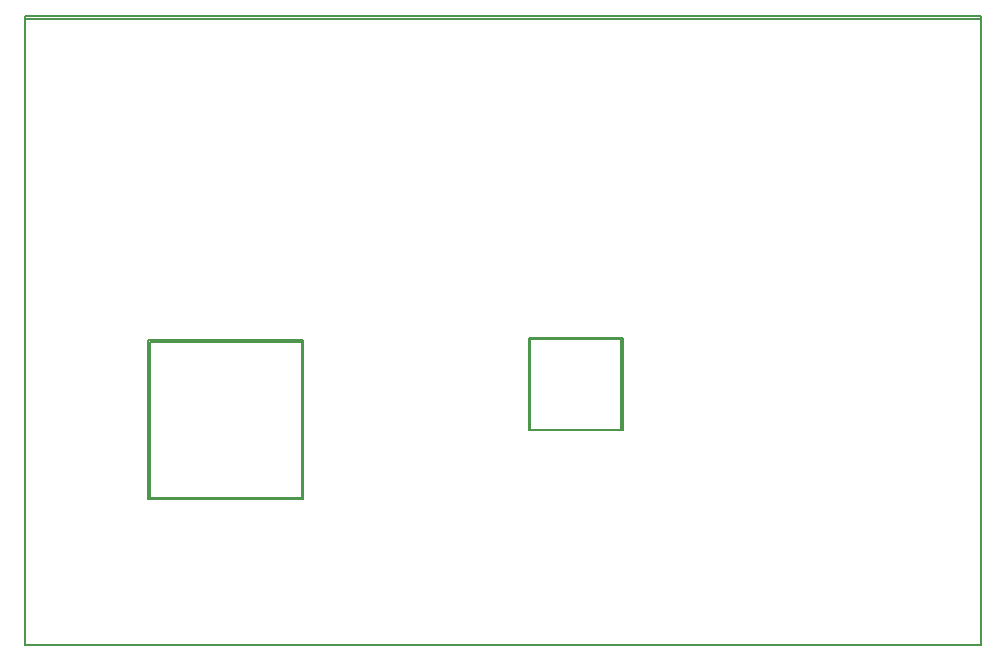
<source format=gko>
%FSLAX25Y25*%
%MOIN*%
G70*
G01*
G75*
G04 Layer_Color=16711935*
%ADD10R,0.14410X0.09843*%
%ADD11R,0.14410X0.07874*%
%ADD12R,0.01969X0.06299*%
%ADD13R,0.03543X0.02126*%
%ADD14R,0.48504X0.15354*%
%ADD15R,0.09843X0.14410*%
%ADD16R,0.07874X0.14410*%
%ADD17R,0.06299X0.01969*%
%ADD18R,0.02126X0.03543*%
%ADD19R,0.10630X0.03937*%
%ADD20R,0.25590X0.07559*%
%ADD21C,0.00800*%
%ADD22R,0.49400X0.08100*%
%ADD23R,0.04800X0.94500*%
%ADD24R,0.18800X0.03900*%
%ADD25R,0.17900X0.04600*%
%ADD26R,0.19200X0.04500*%
%ADD27R,0.85300X0.11600*%
%ADD28R,0.04315X0.07664*%
%ADD29R,0.44671X0.11272*%
%ADD30R,0.44400X0.11000*%
%ADD31R,0.06900X0.15000*%
%ADD32R,0.06300X0.16900*%
%ADD33C,0.00500*%
%ADD34O,0.11811X0.09843*%
%ADD35R,0.11811X0.09843*%
%ADD36C,0.02000*%
%ADD37C,0.05000*%
%ADD38C,0.04000*%
%ADD39C,0.03000*%
%ADD40R,0.07087X0.13386*%
%ADD41O,0.01181X0.02756*%
%ADD42O,0.02756X0.01181*%
%ADD43R,0.02756X0.03347*%
%ADD44R,0.05118X0.03937*%
%ADD45R,0.03347X0.02756*%
%ADD46R,0.04800X0.92500*%
%ADD47R,0.02200X0.25827*%
%ADD48R,0.02300X0.29000*%
%ADD49C,0.01000*%
%ADD50R,0.21413X0.56000*%
%ADD51R,0.15210X0.10642*%
%ADD52R,0.15210X0.08674*%
%ADD53R,0.02769X0.07099*%
%ADD54R,0.04343X0.02926*%
%ADD55R,0.49304X0.16154*%
%ADD56R,0.10642X0.15210*%
%ADD57R,0.08674X0.15210*%
%ADD58R,0.07099X0.02769*%
%ADD59R,0.02926X0.04343*%
%ADD60R,0.11430X0.04737*%
%ADD61R,0.26391X0.08359*%
%ADD62O,0.12611X0.10642*%
%ADD63R,0.12611X0.10642*%
%ADD64R,0.07887X0.14186*%
%ADD65O,0.01981X0.03556*%
%ADD66O,0.03556X0.01981*%
%ADD67R,0.03556X0.04147*%
%ADD68R,0.05918X0.04737*%
%ADD69R,0.04147X0.03556*%
%ADD70C,0.00984*%
D33*
X0Y-157480D02*
Y52300D01*
Y-157480D02*
X318898D01*
Y52300D01*
X0D02*
X318898D01*
X168300Y-85500D02*
Y-55400D01*
X198900Y-85500D02*
Y-55400D01*
X168300D02*
X198900D01*
X168300Y-85500D02*
X198900D01*
X92500Y-108200D02*
Y-56200D01*
X41600Y-108200D02*
X92500D01*
X41600D02*
Y-56200D01*
X92500D01*
X0Y51200D02*
X318898D01*
Y-157480D02*
Y51200D01*
X0Y-157480D02*
X318898D01*
X0D02*
Y51200D01*
X41100Y-55700D02*
X92600D01*
X41100Y-108600D02*
Y-55700D01*
Y-108600D02*
X92600D01*
Y-55700D01*
X168000Y-85500D02*
X199300D01*
X168000Y-55000D02*
X199300D01*
Y-85500D02*
Y-55000D01*
X168000Y-85500D02*
Y-55000D01*
M02*

</source>
